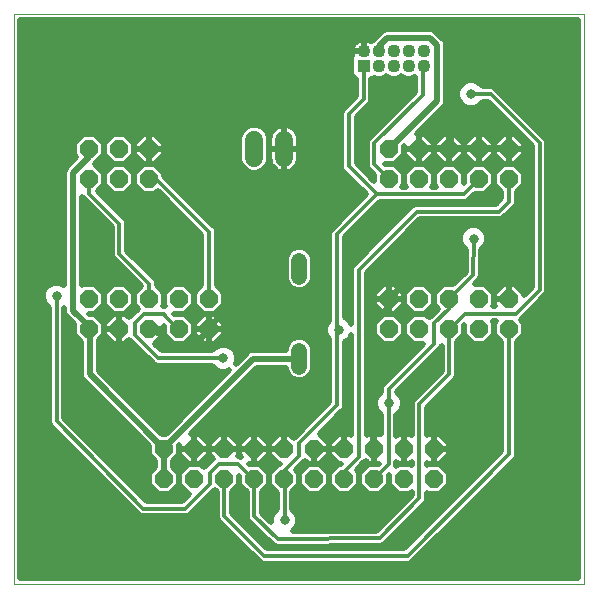
<source format=gbl>
G75*
%MOIN*%
%OFA0B0*%
%FSLAX25Y25*%
%IPPOS*%
%LPD*%
%AMOC8*
5,1,8,0,0,1.08239X$1,22.5*
%
%ADD10C,0.00000*%
%ADD11R,0.04362X0.04362*%
%ADD12C,0.04362*%
%ADD13OC8,0.06000*%
%ADD14C,0.05200*%
%ADD15C,0.06000*%
%ADD16C,0.01181*%
%ADD17C,0.03169*%
%ADD18C,0.01969*%
D10*
X0011984Y0006984D02*
X0011984Y0196984D01*
X0201984Y0196984D01*
X0201984Y0006984D01*
X0011984Y0006984D01*
D11*
X0128480Y0179484D03*
D12*
X0133480Y0179484D03*
X0138480Y0179484D03*
X0138480Y0184484D03*
X0133480Y0184484D03*
X0128480Y0184484D03*
X0143480Y0184484D03*
X0148480Y0184484D03*
X0148480Y0179484D03*
X0143480Y0179484D03*
D13*
X0146984Y0151984D03*
X0136984Y0151984D03*
X0136984Y0141984D03*
X0146984Y0141984D03*
X0156984Y0141984D03*
X0156984Y0151984D03*
X0166984Y0151984D03*
X0176984Y0151984D03*
X0176984Y0141984D03*
X0166984Y0141984D03*
X0166984Y0101984D03*
X0166984Y0091984D03*
X0176984Y0091984D03*
X0176984Y0101984D03*
X0156984Y0101984D03*
X0156984Y0091984D03*
X0146984Y0091984D03*
X0136984Y0091984D03*
X0136984Y0101984D03*
X0146984Y0101984D03*
X0141984Y0051984D03*
X0141984Y0041984D03*
X0131984Y0041984D03*
X0121984Y0041984D03*
X0121984Y0051984D03*
X0131984Y0051984D03*
X0111984Y0051984D03*
X0111984Y0041984D03*
X0101984Y0041984D03*
X0101984Y0051984D03*
X0091984Y0051984D03*
X0091984Y0041984D03*
X0081984Y0041984D03*
X0081984Y0051984D03*
X0071984Y0051984D03*
X0071984Y0041984D03*
X0061984Y0041984D03*
X0061984Y0051984D03*
X0056984Y0091984D03*
X0056984Y0101984D03*
X0046984Y0101984D03*
X0046984Y0091984D03*
X0036984Y0091984D03*
X0036984Y0101984D03*
X0066984Y0101984D03*
X0066984Y0091984D03*
X0076984Y0091984D03*
X0076984Y0101984D03*
X0056984Y0141984D03*
X0046984Y0141984D03*
X0036984Y0141984D03*
X0036984Y0151984D03*
X0046984Y0151984D03*
X0056984Y0151984D03*
X0151984Y0051984D03*
X0151984Y0041984D03*
D14*
X0106984Y0079384D02*
X0106984Y0084584D01*
X0106984Y0109384D02*
X0106984Y0114584D01*
D15*
X0101984Y0148984D02*
X0101984Y0154984D01*
X0091984Y0154984D02*
X0091984Y0148984D01*
D16*
X0076945Y0124346D02*
X0059307Y0141984D01*
X0056984Y0141984D01*
X0046984Y0126984D02*
X0036984Y0136984D01*
X0036984Y0141984D01*
X0046984Y0126984D02*
X0046984Y0116984D01*
X0056984Y0106984D01*
X0056984Y0101984D01*
X0055148Y0096998D02*
X0052142Y0093992D01*
X0052142Y0090055D01*
X0060016Y0082181D01*
X0081669Y0082181D01*
X0066984Y0091984D02*
X0065459Y0093024D01*
X0062628Y0095854D01*
X0061878Y0096998D01*
X0055148Y0096998D01*
X0076984Y0101984D02*
X0076945Y0102260D01*
X0076945Y0124346D01*
X0119583Y0123563D02*
X0119583Y0091984D01*
X0119583Y0066407D01*
X0107010Y0053835D01*
X0107010Y0049685D01*
X0102142Y0044817D01*
X0102142Y0042024D01*
X0101984Y0041984D01*
X0102142Y0041630D01*
X0102124Y0028112D01*
X0099793Y0021925D02*
X0091984Y0029484D01*
X0091984Y0041984D01*
X0091512Y0042024D01*
X0086537Y0046998D01*
X0080094Y0046998D01*
X0077089Y0043992D01*
X0077089Y0040093D01*
X0069045Y0032049D01*
X0055016Y0032049D01*
X0026126Y0061189D01*
X0026126Y0102854D01*
X0081984Y0041984D02*
X0082063Y0041630D01*
X0082063Y0029543D01*
X0095331Y0016276D01*
X0143087Y0016276D01*
X0176945Y0050134D01*
X0176945Y0091630D01*
X0176984Y0091984D01*
X0179270Y0096998D02*
X0162234Y0096998D01*
X0157260Y0092024D01*
X0156984Y0091984D01*
X0156984Y0076748D01*
X0147024Y0066787D01*
X0147024Y0035449D01*
X0133750Y0022175D01*
X0099793Y0021925D01*
X0121984Y0041984D02*
X0122220Y0042024D01*
X0122220Y0044567D01*
X0126945Y0049291D01*
X0126945Y0111709D01*
X0146205Y0130969D01*
X0173533Y0130969D01*
X0176945Y0134380D01*
X0176945Y0141630D01*
X0176984Y0141984D01*
X0166984Y0141984D02*
X0166709Y0141630D01*
X0161878Y0136799D01*
X0132819Y0136799D01*
X0119583Y0123563D01*
X0132819Y0136799D02*
X0123520Y0146098D01*
X0123520Y0163520D01*
X0128480Y0168480D01*
X0128480Y0179484D01*
X0128520Y0179425D01*
X0148205Y0179425D02*
X0148205Y0169976D01*
X0132063Y0153835D01*
X0132063Y0146748D01*
X0136787Y0142024D01*
X0136984Y0141984D01*
X0165077Y0121990D02*
X0164990Y0109990D01*
X0156984Y0101984D01*
X0156866Y0101866D01*
X0156866Y0098717D01*
X0151998Y0093848D01*
X0151998Y0087055D01*
X0136787Y0071844D01*
X0136787Y0065646D01*
X0136894Y0067146D01*
X0136787Y0065646D02*
X0136787Y0046748D01*
X0132063Y0042024D01*
X0131984Y0041984D01*
X0120258Y0091632D02*
X0119230Y0091632D01*
X0119267Y0091634D01*
X0119303Y0091640D01*
X0119339Y0091649D01*
X0119373Y0091662D01*
X0119406Y0091679D01*
X0119437Y0091699D01*
X0119466Y0091722D01*
X0119492Y0091748D01*
X0119515Y0091777D01*
X0119535Y0091808D01*
X0119552Y0091841D01*
X0119565Y0091875D01*
X0119574Y0091911D01*
X0119580Y0091947D01*
X0119582Y0091984D01*
X0156866Y0091630D02*
X0156984Y0091984D01*
X0179270Y0096998D02*
X0187169Y0104898D01*
X0187169Y0153835D01*
X0170801Y0170203D01*
X0164264Y0170203D01*
X0148480Y0179484D02*
X0148205Y0179425D01*
D17*
X0157654Y0176669D03*
X0164264Y0170203D03*
X0132654Y0171669D03*
X0136904Y0131919D03*
X0146904Y0121919D03*
X0165077Y0121990D03*
X0120258Y0091632D03*
X0115404Y0072169D03*
X0136894Y0067146D03*
X0167654Y0071669D03*
X0181904Y0076919D03*
X0102124Y0028112D03*
X0061904Y0071919D03*
X0071904Y0076919D03*
X0081669Y0082181D03*
X0096904Y0101919D03*
X0061904Y0131919D03*
X0051904Y0119669D03*
X0036904Y0126919D03*
X0026126Y0102854D03*
X0048654Y0081919D03*
X0034654Y0069669D03*
D18*
X0037897Y0071896D02*
X0028685Y0071896D01*
X0028685Y0073863D02*
X0035930Y0073863D01*
X0034678Y0075115D02*
X0057016Y0052777D01*
X0057016Y0049926D01*
X0059031Y0047910D01*
X0059031Y0046058D01*
X0057016Y0044042D01*
X0057016Y0039926D01*
X0059926Y0037016D01*
X0064042Y0037016D01*
X0066953Y0039926D01*
X0066953Y0044042D01*
X0064937Y0046058D01*
X0064937Y0047910D01*
X0066953Y0049926D01*
X0066953Y0053053D01*
X0067000Y0053100D01*
X0067000Y0052000D01*
X0071968Y0052000D01*
X0071968Y0051968D01*
X0072000Y0051968D01*
X0072000Y0047000D01*
X0074049Y0047000D01*
X0076968Y0049920D01*
X0076968Y0051968D01*
X0072000Y0051968D01*
X0072000Y0052000D01*
X0076968Y0052000D01*
X0076968Y0054049D01*
X0074049Y0056968D01*
X0072000Y0056968D01*
X0072000Y0052000D01*
X0071968Y0052000D01*
X0071968Y0056968D01*
X0070869Y0056968D01*
X0092932Y0079031D01*
X0102416Y0079031D01*
X0102416Y0078476D01*
X0103111Y0076796D01*
X0104396Y0075511D01*
X0106076Y0074816D01*
X0107893Y0074816D01*
X0109572Y0075511D01*
X0110857Y0076796D01*
X0111553Y0078476D01*
X0111553Y0085493D01*
X0110857Y0087172D01*
X0109572Y0088457D01*
X0107893Y0089153D01*
X0106076Y0089153D01*
X0104396Y0088457D01*
X0103111Y0087172D01*
X0102416Y0085493D01*
X0102416Y0084937D01*
X0091121Y0084937D01*
X0090036Y0084487D01*
X0089205Y0083657D01*
X0089205Y0083657D01*
X0085767Y0080219D01*
X0086206Y0081279D01*
X0086206Y0083084D01*
X0085516Y0084751D01*
X0084239Y0086027D01*
X0082572Y0086718D01*
X0080767Y0086718D01*
X0079099Y0086027D01*
X0077823Y0084751D01*
X0077818Y0084740D01*
X0061076Y0084740D01*
X0058816Y0087000D01*
X0059049Y0087000D01*
X0061968Y0089920D01*
X0061968Y0091968D01*
X0057000Y0091968D01*
X0057000Y0092000D01*
X0061968Y0092000D01*
X0061968Y0092895D01*
X0062016Y0092847D01*
X0062016Y0089926D01*
X0064926Y0087016D01*
X0069042Y0087016D01*
X0071953Y0089926D01*
X0071953Y0094042D01*
X0069042Y0096953D01*
X0065149Y0096953D01*
X0065086Y0097016D01*
X0069042Y0097016D01*
X0071953Y0099926D01*
X0071953Y0104042D01*
X0069042Y0106953D01*
X0064926Y0106953D01*
X0062016Y0104042D01*
X0062016Y0099926D01*
X0062385Y0099557D01*
X0062141Y0099557D01*
X0061900Y0099607D01*
X0061637Y0099557D01*
X0061584Y0099557D01*
X0061953Y0099926D01*
X0061953Y0104042D01*
X0059543Y0106452D01*
X0059543Y0107493D01*
X0059154Y0108434D01*
X0058434Y0109154D01*
X0049543Y0118044D01*
X0049543Y0127493D01*
X0049154Y0128434D01*
X0039807Y0137781D01*
X0041953Y0139926D01*
X0041953Y0144042D01*
X0039042Y0146953D01*
X0038806Y0146953D01*
X0038869Y0147016D01*
X0039042Y0147016D01*
X0041953Y0149926D01*
X0041953Y0154042D01*
X0039042Y0156953D01*
X0034926Y0156953D01*
X0032016Y0154042D01*
X0032016Y0149926D01*
X0032722Y0149220D01*
X0029997Y0146495D01*
X0029166Y0145665D01*
X0028717Y0144579D01*
X0028717Y0106680D01*
X0028696Y0106701D01*
X0027028Y0107391D01*
X0025224Y0107391D01*
X0023556Y0106701D01*
X0022280Y0105424D01*
X0021589Y0103757D01*
X0021589Y0101952D01*
X0022280Y0100284D01*
X0023556Y0099008D01*
X0023567Y0099003D01*
X0023567Y0061195D01*
X0023565Y0060691D01*
X0023567Y0060686D01*
X0023567Y0060680D01*
X0023760Y0060215D01*
X0023950Y0059749D01*
X0023954Y0059745D01*
X0023957Y0059739D01*
X0024312Y0059384D01*
X0052844Y0030605D01*
X0052846Y0030600D01*
X0053201Y0030244D01*
X0053557Y0029886D01*
X0053562Y0029884D01*
X0053566Y0029880D01*
X0054031Y0029687D01*
X0054496Y0029492D01*
X0054501Y0029492D01*
X0054507Y0029490D01*
X0055010Y0029490D01*
X0055514Y0029488D01*
X0055519Y0029490D01*
X0069554Y0029490D01*
X0070495Y0029880D01*
X0078538Y0037923D01*
X0078779Y0038163D01*
X0079504Y0037438D01*
X0079504Y0029034D01*
X0079894Y0028094D01*
X0080613Y0027374D01*
X0093881Y0014106D01*
X0094822Y0013717D01*
X0143596Y0013717D01*
X0144536Y0014106D01*
X0145256Y0014826D01*
X0179114Y0048684D01*
X0179504Y0049625D01*
X0179504Y0087477D01*
X0181953Y0089926D01*
X0181953Y0094042D01*
X0180943Y0095052D01*
X0181439Y0095548D01*
X0189339Y0103448D01*
X0189728Y0104389D01*
X0189728Y0154344D01*
X0189339Y0155284D01*
X0188619Y0156004D01*
X0188619Y0156004D01*
X0172971Y0171652D01*
X0172251Y0172372D01*
X0171310Y0172762D01*
X0168115Y0172762D01*
X0168110Y0172773D01*
X0166834Y0174049D01*
X0165166Y0174740D01*
X0163361Y0174740D01*
X0161694Y0174049D01*
X0160417Y0172773D01*
X0159727Y0171105D01*
X0159727Y0169300D01*
X0160417Y0167633D01*
X0161694Y0166356D01*
X0163361Y0165666D01*
X0165166Y0165666D01*
X0166834Y0166356D01*
X0168110Y0167633D01*
X0168115Y0167644D01*
X0169741Y0167644D01*
X0184610Y0152775D01*
X0184610Y0105958D01*
X0181968Y0103316D01*
X0181968Y0104049D01*
X0179049Y0106968D01*
X0177000Y0106968D01*
X0177000Y0102000D01*
X0176968Y0102000D01*
X0176968Y0101968D01*
X0172000Y0101968D01*
X0172000Y0099920D01*
X0172363Y0099557D01*
X0171584Y0099557D01*
X0171953Y0099926D01*
X0171953Y0104042D01*
X0169042Y0106953D01*
X0165572Y0106953D01*
X0166793Y0108174D01*
X0167149Y0108525D01*
X0167153Y0108534D01*
X0167160Y0108541D01*
X0167351Y0109002D01*
X0167545Y0109463D01*
X0167546Y0109472D01*
X0167549Y0109481D01*
X0167549Y0109981D01*
X0167608Y0118128D01*
X0167647Y0118144D01*
X0168923Y0119420D01*
X0169614Y0121088D01*
X0169614Y0122893D01*
X0168923Y0124560D01*
X0167647Y0125836D01*
X0165979Y0126527D01*
X0164174Y0126527D01*
X0162507Y0125836D01*
X0161230Y0124560D01*
X0160540Y0122893D01*
X0160540Y0121088D01*
X0161230Y0119420D01*
X0162490Y0118161D01*
X0162439Y0111058D01*
X0158334Y0106953D01*
X0154926Y0106953D01*
X0152016Y0104042D01*
X0152016Y0099926D01*
X0153236Y0098706D01*
X0150548Y0096018D01*
X0150263Y0095732D01*
X0149042Y0096953D01*
X0144926Y0096953D01*
X0142016Y0094042D01*
X0142016Y0089926D01*
X0144926Y0087016D01*
X0148340Y0087016D01*
X0135338Y0074014D01*
X0135338Y0074014D01*
X0134618Y0073294D01*
X0134228Y0072354D01*
X0134228Y0070897D01*
X0133047Y0069716D01*
X0132357Y0068048D01*
X0132357Y0066243D01*
X0133047Y0064576D01*
X0134228Y0063395D01*
X0134228Y0056789D01*
X0134049Y0056968D01*
X0132000Y0056968D01*
X0132000Y0052000D01*
X0131968Y0052000D01*
X0131968Y0056968D01*
X0129920Y0056968D01*
X0129504Y0056553D01*
X0129504Y0110649D01*
X0147265Y0128409D01*
X0174042Y0128409D01*
X0174983Y0128799D01*
X0179114Y0132930D01*
X0179504Y0133871D01*
X0179504Y0137477D01*
X0181953Y0139926D01*
X0181953Y0144042D01*
X0179042Y0146953D01*
X0174926Y0146953D01*
X0172016Y0144042D01*
X0172016Y0139926D01*
X0174386Y0137556D01*
X0174386Y0135440D01*
X0172473Y0133528D01*
X0145696Y0133528D01*
X0144755Y0133138D01*
X0144035Y0132418D01*
X0124775Y0113158D01*
X0124386Y0112218D01*
X0124386Y0093522D01*
X0124104Y0094202D01*
X0122828Y0095478D01*
X0122142Y0095762D01*
X0122142Y0122503D01*
X0133879Y0134240D01*
X0162387Y0134240D01*
X0163328Y0134630D01*
X0165714Y0137016D01*
X0169042Y0137016D01*
X0171953Y0139926D01*
X0171953Y0144042D01*
X0169042Y0146953D01*
X0164926Y0146953D01*
X0162016Y0144042D01*
X0162016Y0140556D01*
X0161953Y0140493D01*
X0161953Y0144042D01*
X0159042Y0146953D01*
X0154926Y0146953D01*
X0152016Y0144042D01*
X0152016Y0139926D01*
X0152584Y0139358D01*
X0151385Y0139358D01*
X0151953Y0139926D01*
X0151953Y0144042D01*
X0149042Y0146953D01*
X0144926Y0146953D01*
X0142016Y0144042D01*
X0142016Y0139926D01*
X0142584Y0139358D01*
X0141385Y0139358D01*
X0141953Y0139926D01*
X0141953Y0144042D01*
X0139042Y0146953D01*
X0135477Y0146953D01*
X0135414Y0147016D01*
X0139042Y0147016D01*
X0141953Y0149926D01*
X0141953Y0152856D01*
X0142000Y0152903D01*
X0142000Y0152000D01*
X0146968Y0152000D01*
X0146968Y0151968D01*
X0147000Y0151968D01*
X0147000Y0147000D01*
X0149049Y0147000D01*
X0151968Y0149920D01*
X0151968Y0151968D01*
X0147000Y0151968D01*
X0147000Y0152000D01*
X0146968Y0152000D01*
X0146968Y0156968D01*
X0146066Y0156968D01*
X0155432Y0166335D01*
X0155882Y0167421D01*
X0155882Y0187099D01*
X0155432Y0188184D01*
X0154602Y0189015D01*
X0152240Y0191377D01*
X0151154Y0191827D01*
X0135806Y0191827D01*
X0134721Y0191377D01*
X0133890Y0190547D01*
X0131499Y0188155D01*
X0131130Y0188002D01*
X0130959Y0187832D01*
X0130663Y0188047D01*
X0130079Y0188344D01*
X0129456Y0188547D01*
X0128808Y0188650D01*
X0128480Y0188650D01*
X0128152Y0188650D01*
X0127505Y0188547D01*
X0126881Y0188344D01*
X0126297Y0188047D01*
X0125767Y0187661D01*
X0125303Y0187198D01*
X0124918Y0186667D01*
X0124620Y0186083D01*
X0124418Y0185460D01*
X0124315Y0184812D01*
X0124315Y0184484D01*
X0124315Y0184156D01*
X0124418Y0183509D01*
X0124620Y0182885D01*
X0124659Y0182809D01*
X0124331Y0182481D01*
X0124331Y0176488D01*
X0125484Y0175335D01*
X0125921Y0175335D01*
X0125921Y0169540D01*
X0121350Y0164969D01*
X0120961Y0164029D01*
X0120961Y0145589D01*
X0121350Y0144649D01*
X0129200Y0136799D01*
X0117413Y0125013D01*
X0117024Y0124072D01*
X0117024Y0094814D01*
X0116412Y0094202D01*
X0115721Y0092534D01*
X0115721Y0090729D01*
X0116412Y0089062D01*
X0117024Y0088450D01*
X0117024Y0067467D01*
X0105287Y0055731D01*
X0104049Y0056968D01*
X0102000Y0056968D01*
X0102000Y0052000D01*
X0101968Y0052000D01*
X0101968Y0051968D01*
X0097000Y0051968D01*
X0097000Y0049920D01*
X0099920Y0047000D01*
X0100706Y0047000D01*
X0100659Y0046953D01*
X0099926Y0046953D01*
X0097016Y0044042D01*
X0097016Y0039926D01*
X0099577Y0037365D01*
X0099570Y0031965D01*
X0099554Y0031958D01*
X0098278Y0030682D01*
X0097587Y0029015D01*
X0097587Y0027622D01*
X0094543Y0030569D01*
X0094543Y0037517D01*
X0096953Y0039926D01*
X0096953Y0044042D01*
X0094042Y0046953D01*
X0090202Y0046953D01*
X0090154Y0047000D01*
X0091968Y0047000D01*
X0091968Y0051968D01*
X0087000Y0051968D01*
X0087000Y0049920D01*
X0087586Y0049333D01*
X0087046Y0049557D01*
X0086606Y0049557D01*
X0086968Y0049920D01*
X0086968Y0051968D01*
X0082000Y0051968D01*
X0082000Y0052000D01*
X0081968Y0052000D01*
X0081968Y0051968D01*
X0077000Y0051968D01*
X0077000Y0049920D01*
X0078199Y0048721D01*
X0077925Y0048448D01*
X0075236Y0045759D01*
X0074042Y0046953D01*
X0069926Y0046953D01*
X0067016Y0044042D01*
X0067016Y0039926D01*
X0069926Y0037016D01*
X0070393Y0037016D01*
X0067985Y0034608D01*
X0056082Y0034608D01*
X0028685Y0062243D01*
X0028685Y0099003D01*
X0028696Y0099008D01*
X0028717Y0099029D01*
X0028717Y0097342D01*
X0029166Y0096257D01*
X0032016Y0093407D01*
X0032016Y0089926D01*
X0034228Y0087714D01*
X0034228Y0076200D01*
X0034678Y0075115D01*
X0034382Y0075830D02*
X0028685Y0075830D01*
X0028685Y0077797D02*
X0034228Y0077797D01*
X0034228Y0079764D02*
X0028685Y0079764D01*
X0028685Y0081731D02*
X0034228Y0081731D01*
X0034228Y0083698D02*
X0028685Y0083698D01*
X0028685Y0085665D02*
X0034228Y0085665D01*
X0034228Y0087632D02*
X0028685Y0087632D01*
X0028685Y0089599D02*
X0032343Y0089599D01*
X0032016Y0091566D02*
X0028685Y0091566D01*
X0028685Y0093533D02*
X0031890Y0093533D01*
X0029923Y0095500D02*
X0028685Y0095500D01*
X0028685Y0097467D02*
X0028717Y0097467D01*
X0031669Y0097929D02*
X0036787Y0092811D01*
X0036984Y0091984D01*
X0037181Y0091630D01*
X0037181Y0076787D01*
X0061984Y0051984D01*
X0061984Y0041984D01*
X0058485Y0038456D02*
X0052267Y0038456D01*
X0054217Y0036489D02*
X0069867Y0036489D01*
X0068485Y0038456D02*
X0065483Y0038456D01*
X0066953Y0040424D02*
X0067016Y0040424D01*
X0067016Y0042391D02*
X0066953Y0042391D01*
X0066637Y0044358D02*
X0067331Y0044358D01*
X0069298Y0046325D02*
X0064937Y0046325D01*
X0065318Y0048292D02*
X0068628Y0048292D01*
X0069920Y0047000D02*
X0071968Y0047000D01*
X0071968Y0051968D01*
X0067000Y0051968D01*
X0067000Y0049920D01*
X0069920Y0047000D01*
X0071968Y0048292D02*
X0072000Y0048292D01*
X0071968Y0050259D02*
X0072000Y0050259D01*
X0071968Y0052226D02*
X0072000Y0052226D01*
X0071968Y0054193D02*
X0072000Y0054193D01*
X0071968Y0056160D02*
X0072000Y0056160D01*
X0072027Y0058127D02*
X0107683Y0058127D01*
X0109650Y0060094D02*
X0073994Y0060094D01*
X0075961Y0062061D02*
X0111617Y0062061D01*
X0113584Y0064028D02*
X0077928Y0064028D01*
X0079895Y0065995D02*
X0115551Y0065995D01*
X0117024Y0067962D02*
X0081862Y0067962D01*
X0083829Y0069929D02*
X0117024Y0069929D01*
X0117024Y0071896D02*
X0085796Y0071896D01*
X0087763Y0073863D02*
X0117024Y0073863D01*
X0117024Y0075830D02*
X0109891Y0075830D01*
X0111272Y0077797D02*
X0117024Y0077797D01*
X0117024Y0079764D02*
X0111553Y0079764D01*
X0111553Y0081731D02*
X0117024Y0081731D01*
X0117024Y0083698D02*
X0111553Y0083698D01*
X0111482Y0085665D02*
X0117024Y0085665D01*
X0117024Y0087632D02*
X0110397Y0087632D01*
X0106984Y0081984D02*
X0106866Y0081787D01*
X0106984Y0081984D02*
X0091709Y0081984D01*
X0061984Y0052260D01*
X0061984Y0051984D01*
X0058650Y0048292D02*
X0042516Y0048292D01*
X0040566Y0050259D02*
X0057016Y0050259D01*
X0057016Y0052226D02*
X0038616Y0052226D01*
X0036666Y0054193D02*
X0055600Y0054193D01*
X0053633Y0056160D02*
X0034716Y0056160D01*
X0032766Y0058127D02*
X0051666Y0058127D01*
X0049699Y0060094D02*
X0030815Y0060094D01*
X0028865Y0062061D02*
X0047732Y0062061D01*
X0045765Y0064028D02*
X0028685Y0064028D01*
X0028685Y0065995D02*
X0043798Y0065995D01*
X0041831Y0067962D02*
X0028685Y0067962D01*
X0028685Y0069929D02*
X0039864Y0069929D01*
X0044282Y0073863D02*
X0079411Y0073863D01*
X0077444Y0071896D02*
X0046249Y0071896D01*
X0048216Y0069929D02*
X0075477Y0069929D01*
X0073510Y0067962D02*
X0050183Y0067962D01*
X0052150Y0065995D02*
X0071543Y0065995D01*
X0069576Y0064028D02*
X0054117Y0064028D01*
X0056084Y0062061D02*
X0067609Y0062061D01*
X0065642Y0060094D02*
X0058051Y0060094D01*
X0060018Y0058127D02*
X0063675Y0058127D01*
X0062501Y0056953D02*
X0061192Y0056953D01*
X0040134Y0078010D01*
X0040134Y0088107D01*
X0041953Y0089926D01*
X0041953Y0094042D01*
X0039042Y0096953D01*
X0036821Y0096953D01*
X0036758Y0097016D01*
X0039042Y0097016D01*
X0041953Y0099926D01*
X0041953Y0104042D01*
X0039042Y0106953D01*
X0034926Y0106953D01*
X0034622Y0106649D01*
X0034622Y0136000D01*
X0034815Y0135535D01*
X0035535Y0134815D01*
X0044425Y0125924D01*
X0044425Y0116475D01*
X0044815Y0115535D01*
X0045535Y0114815D01*
X0054161Y0106188D01*
X0052016Y0104042D01*
X0052016Y0099926D01*
X0053236Y0098706D01*
X0050692Y0096162D01*
X0050274Y0095743D01*
X0049049Y0096968D01*
X0047000Y0096968D01*
X0047000Y0092000D01*
X0046968Y0092000D01*
X0046968Y0091968D01*
X0047000Y0091968D01*
X0047000Y0087000D01*
X0049049Y0087000D01*
X0050313Y0088265D01*
X0057846Y0080732D01*
X0058566Y0080012D01*
X0059507Y0079622D01*
X0077818Y0079622D01*
X0077823Y0079611D01*
X0079099Y0078335D01*
X0080767Y0077644D01*
X0082572Y0077644D01*
X0083632Y0078083D01*
X0062501Y0056953D01*
X0066953Y0052226D02*
X0067000Y0052226D01*
X0066953Y0050259D02*
X0067000Y0050259D01*
X0074670Y0046325D02*
X0075802Y0046325D01*
X0075340Y0048292D02*
X0077769Y0048292D01*
X0077000Y0050259D02*
X0076968Y0050259D01*
X0077000Y0052000D02*
X0081968Y0052000D01*
X0081968Y0056968D01*
X0079920Y0056968D01*
X0077000Y0054049D01*
X0077000Y0052000D01*
X0077000Y0052226D02*
X0076968Y0052226D01*
X0076825Y0054193D02*
X0077144Y0054193D01*
X0079111Y0056160D02*
X0074858Y0056160D01*
X0081968Y0056160D02*
X0082000Y0056160D01*
X0082000Y0056968D02*
X0082000Y0052000D01*
X0086968Y0052000D01*
X0086968Y0054049D01*
X0084049Y0056968D01*
X0082000Y0056968D01*
X0084858Y0056160D02*
X0089111Y0056160D01*
X0089920Y0056968D02*
X0087000Y0054049D01*
X0087000Y0052000D01*
X0091968Y0052000D01*
X0091968Y0051968D01*
X0092000Y0051968D01*
X0092000Y0047000D01*
X0094049Y0047000D01*
X0096968Y0049920D01*
X0096968Y0051968D01*
X0092000Y0051968D01*
X0092000Y0052000D01*
X0091968Y0052000D01*
X0091968Y0056968D01*
X0089920Y0056968D01*
X0092000Y0056968D02*
X0092000Y0052000D01*
X0096968Y0052000D01*
X0096968Y0054049D01*
X0094049Y0056968D01*
X0092000Y0056968D01*
X0091968Y0056160D02*
X0092000Y0056160D01*
X0091968Y0054193D02*
X0092000Y0054193D01*
X0091968Y0052226D02*
X0092000Y0052226D01*
X0091968Y0050259D02*
X0092000Y0050259D01*
X0091968Y0048292D02*
X0092000Y0048292D01*
X0094670Y0046325D02*
X0099298Y0046325D01*
X0098628Y0048292D02*
X0095340Y0048292D01*
X0096968Y0050259D02*
X0097000Y0050259D01*
X0097000Y0052000D02*
X0101968Y0052000D01*
X0101968Y0056968D01*
X0099920Y0056968D01*
X0097000Y0054049D01*
X0097000Y0052000D01*
X0097000Y0052226D02*
X0096968Y0052226D01*
X0096825Y0054193D02*
X0097144Y0054193D01*
X0099111Y0056160D02*
X0094858Y0056160D01*
X0101968Y0056160D02*
X0102000Y0056160D01*
X0101984Y0056984D02*
X0101984Y0051984D01*
X0101968Y0052226D02*
X0102000Y0052226D01*
X0101968Y0054193D02*
X0102000Y0054193D01*
X0101984Y0056984D02*
X0111984Y0066984D01*
X0111984Y0121984D01*
X0109572Y0118457D02*
X0107893Y0119153D01*
X0106076Y0119153D01*
X0104396Y0118457D01*
X0103111Y0117172D01*
X0102416Y0115493D01*
X0102416Y0108476D01*
X0103111Y0106796D01*
X0104396Y0105511D01*
X0106076Y0104816D01*
X0107893Y0104816D01*
X0109572Y0105511D01*
X0110857Y0106796D01*
X0111553Y0108476D01*
X0111553Y0115493D01*
X0110857Y0117172D01*
X0109572Y0118457D01*
X0108010Y0119104D02*
X0117024Y0119104D01*
X0117024Y0117137D02*
X0110872Y0117137D01*
X0111553Y0115170D02*
X0117024Y0115170D01*
X0117024Y0113203D02*
X0111553Y0113203D01*
X0111553Y0111236D02*
X0117024Y0111236D01*
X0117024Y0109269D02*
X0111553Y0109269D01*
X0111067Y0107302D02*
X0117024Y0107302D01*
X0117024Y0105335D02*
X0109147Y0105335D01*
X0104822Y0105335D02*
X0080660Y0105335D01*
X0079504Y0106491D02*
X0079504Y0124855D01*
X0079114Y0125796D01*
X0078394Y0126516D01*
X0061953Y0142958D01*
X0061953Y0144042D01*
X0059042Y0146953D01*
X0054926Y0146953D01*
X0052016Y0144042D01*
X0052016Y0139926D01*
X0054926Y0137016D01*
X0059042Y0137016D01*
X0059849Y0137823D01*
X0074386Y0123286D01*
X0074386Y0106412D01*
X0072016Y0104042D01*
X0072016Y0099926D01*
X0074926Y0097016D01*
X0079042Y0097016D01*
X0081953Y0099926D01*
X0081953Y0104042D01*
X0079504Y0106491D01*
X0079504Y0107302D02*
X0102902Y0107302D01*
X0102416Y0109269D02*
X0079504Y0109269D01*
X0079504Y0111236D02*
X0102416Y0111236D01*
X0102416Y0113203D02*
X0079504Y0113203D01*
X0079504Y0115170D02*
X0102416Y0115170D01*
X0103097Y0117137D02*
X0079504Y0117137D01*
X0079504Y0119104D02*
X0105958Y0119104D01*
X0111984Y0121984D02*
X0111980Y0122289D01*
X0111969Y0122594D01*
X0111951Y0122898D01*
X0111924Y0123202D01*
X0111891Y0123505D01*
X0111850Y0123808D01*
X0111802Y0124109D01*
X0111747Y0124409D01*
X0111684Y0124707D01*
X0111614Y0125004D01*
X0111536Y0125299D01*
X0111452Y0125592D01*
X0111360Y0125883D01*
X0111262Y0126172D01*
X0111156Y0126458D01*
X0111043Y0126741D01*
X0110924Y0127022D01*
X0110797Y0127300D01*
X0110664Y0127574D01*
X0110525Y0127845D01*
X0110378Y0128113D01*
X0110226Y0128377D01*
X0110066Y0128637D01*
X0109901Y0128893D01*
X0109729Y0129145D01*
X0109551Y0129393D01*
X0109368Y0129637D01*
X0109178Y0129876D01*
X0108982Y0130110D01*
X0108781Y0130339D01*
X0108575Y0130564D01*
X0108363Y0130783D01*
X0108145Y0130997D01*
X0107923Y0131205D01*
X0107695Y0131409D01*
X0107463Y0131606D01*
X0107226Y0131798D01*
X0106984Y0131984D01*
X0101984Y0141984D02*
X0101984Y0151984D01*
X0101968Y0151968D02*
X0102000Y0151968D01*
X0102000Y0144000D01*
X0102377Y0144000D01*
X0103151Y0144123D01*
X0103898Y0144365D01*
X0104597Y0144721D01*
X0105231Y0145182D01*
X0105786Y0145737D01*
X0106247Y0146372D01*
X0106603Y0147071D01*
X0106846Y0147817D01*
X0106968Y0148592D01*
X0106968Y0151968D01*
X0102000Y0151968D01*
X0102000Y0152000D01*
X0106968Y0152000D01*
X0106968Y0155377D01*
X0106846Y0156151D01*
X0106603Y0156898D01*
X0106247Y0157597D01*
X0105786Y0158231D01*
X0105231Y0158786D01*
X0104597Y0159247D01*
X0103898Y0159603D01*
X0103151Y0159846D01*
X0102377Y0159968D01*
X0102000Y0159968D01*
X0102000Y0152000D01*
X0101968Y0152000D01*
X0101968Y0151968D01*
X0101968Y0144000D01*
X0101592Y0144000D01*
X0100817Y0144123D01*
X0100071Y0144365D01*
X0099372Y0144721D01*
X0098737Y0145182D01*
X0098182Y0145737D01*
X0097721Y0146372D01*
X0097365Y0147071D01*
X0097123Y0147817D01*
X0097000Y0148592D01*
X0097000Y0151968D01*
X0101968Y0151968D01*
X0101968Y0152000D02*
X0097000Y0152000D01*
X0097000Y0155377D01*
X0097123Y0156151D01*
X0097365Y0156898D01*
X0097721Y0157597D01*
X0098182Y0158231D01*
X0098737Y0158786D01*
X0099372Y0159247D01*
X0100071Y0159603D01*
X0100817Y0159846D01*
X0101592Y0159968D01*
X0101968Y0159968D01*
X0101968Y0152000D01*
X0101968Y0152543D02*
X0102000Y0152543D01*
X0101968Y0150576D02*
X0102000Y0150576D01*
X0101968Y0148609D02*
X0102000Y0148609D01*
X0101968Y0146642D02*
X0102000Y0146642D01*
X0101968Y0144675D02*
X0102000Y0144675D01*
X0104506Y0144675D02*
X0121339Y0144675D01*
X0120961Y0146642D02*
X0106385Y0146642D01*
X0106968Y0148609D02*
X0120961Y0148609D01*
X0120961Y0150576D02*
X0106968Y0150576D01*
X0106968Y0152543D02*
X0120961Y0152543D01*
X0120961Y0154510D02*
X0106968Y0154510D01*
X0106740Y0156477D02*
X0120961Y0156477D01*
X0120961Y0158444D02*
X0105573Y0158444D01*
X0102000Y0158444D02*
X0101968Y0158444D01*
X0101968Y0156477D02*
X0102000Y0156477D01*
X0101968Y0154510D02*
X0102000Y0154510D01*
X0097000Y0154510D02*
X0096953Y0154510D01*
X0096953Y0155973D02*
X0096196Y0157799D01*
X0094799Y0159196D01*
X0092973Y0159953D01*
X0090996Y0159953D01*
X0089170Y0159196D01*
X0087772Y0157799D01*
X0087016Y0155973D01*
X0087016Y0147996D01*
X0087772Y0146170D01*
X0089170Y0144772D01*
X0090996Y0144016D01*
X0092973Y0144016D01*
X0094799Y0144772D01*
X0096196Y0146170D01*
X0096953Y0147996D01*
X0096953Y0155973D01*
X0096744Y0156477D02*
X0097229Y0156477D01*
X0098396Y0158444D02*
X0095551Y0158444D01*
X0096953Y0152543D02*
X0097000Y0152543D01*
X0096953Y0150576D02*
X0097000Y0150576D01*
X0096953Y0148609D02*
X0097000Y0148609D01*
X0097584Y0146642D02*
X0096392Y0146642D01*
X0094565Y0144675D02*
X0099462Y0144675D01*
X0089404Y0144675D02*
X0061320Y0144675D01*
X0062202Y0142708D02*
X0123291Y0142708D01*
X0125258Y0140741D02*
X0064169Y0140741D01*
X0066136Y0138774D02*
X0127225Y0138774D01*
X0129192Y0136807D02*
X0068103Y0136807D01*
X0070070Y0134840D02*
X0127241Y0134840D01*
X0125274Y0132873D02*
X0072037Y0132873D01*
X0074004Y0130906D02*
X0123307Y0130906D01*
X0121340Y0128939D02*
X0075971Y0128939D01*
X0077938Y0126972D02*
X0119373Y0126972D01*
X0117410Y0125005D02*
X0079442Y0125005D01*
X0078394Y0126516D02*
X0078394Y0126516D01*
X0079504Y0123038D02*
X0117024Y0123038D01*
X0117024Y0121071D02*
X0079504Y0121071D01*
X0074386Y0121071D02*
X0049543Y0121071D01*
X0049543Y0119104D02*
X0074386Y0119104D01*
X0074386Y0117137D02*
X0050450Y0117137D01*
X0052417Y0115170D02*
X0074386Y0115170D01*
X0074386Y0113203D02*
X0054384Y0113203D01*
X0056351Y0111236D02*
X0074386Y0111236D01*
X0074386Y0109269D02*
X0058318Y0109269D01*
X0059543Y0107302D02*
X0074386Y0107302D01*
X0073309Y0105335D02*
X0070660Y0105335D01*
X0071953Y0103368D02*
X0072016Y0103368D01*
X0072016Y0101401D02*
X0071953Y0101401D01*
X0071460Y0099434D02*
X0072508Y0099434D01*
X0074475Y0097467D02*
X0069493Y0097467D01*
X0070495Y0095500D02*
X0073451Y0095500D01*
X0072000Y0094049D02*
X0072000Y0092000D01*
X0076968Y0092000D01*
X0076968Y0091968D01*
X0077000Y0091968D01*
X0077000Y0087000D01*
X0079049Y0087000D01*
X0081968Y0089920D01*
X0081968Y0091968D01*
X0077000Y0091968D01*
X0077000Y0092000D01*
X0081968Y0092000D01*
X0081968Y0094049D01*
X0079049Y0096968D01*
X0077000Y0096968D01*
X0077000Y0092000D01*
X0076968Y0092000D01*
X0076968Y0096968D01*
X0074920Y0096968D01*
X0072000Y0094049D01*
X0072000Y0093533D02*
X0071953Y0093533D01*
X0072000Y0091968D02*
X0072000Y0089920D01*
X0074920Y0087000D01*
X0076968Y0087000D01*
X0076968Y0091968D01*
X0072000Y0091968D01*
X0072000Y0091566D02*
X0071953Y0091566D01*
X0071625Y0089599D02*
X0072321Y0089599D01*
X0074288Y0087632D02*
X0069658Y0087632D01*
X0071470Y0086156D02*
X0076945Y0091630D01*
X0076984Y0091984D01*
X0077339Y0092811D01*
X0083563Y0099035D01*
X0083563Y0134807D01*
X0066510Y0151860D01*
X0057260Y0151866D01*
X0056984Y0151984D01*
X0056968Y0151968D02*
X0057000Y0151968D01*
X0057000Y0147000D01*
X0059049Y0147000D01*
X0061968Y0149920D01*
X0061968Y0151968D01*
X0057000Y0151968D01*
X0057000Y0152000D01*
X0061968Y0152000D01*
X0061968Y0154049D01*
X0059049Y0156968D01*
X0057000Y0156968D01*
X0057000Y0152000D01*
X0056968Y0152000D01*
X0056968Y0151968D01*
X0056968Y0147000D01*
X0054920Y0147000D01*
X0052000Y0149920D01*
X0052000Y0151968D01*
X0056968Y0151968D01*
X0056968Y0152000D02*
X0052000Y0152000D01*
X0052000Y0154049D01*
X0054920Y0156968D01*
X0056968Y0156968D01*
X0056968Y0152000D01*
X0056968Y0152543D02*
X0057000Y0152543D01*
X0056968Y0150576D02*
X0057000Y0150576D01*
X0056968Y0148609D02*
X0057000Y0148609D01*
X0059353Y0146642D02*
X0087576Y0146642D01*
X0087016Y0148609D02*
X0060658Y0148609D01*
X0061968Y0150576D02*
X0087016Y0150576D01*
X0087016Y0152543D02*
X0061968Y0152543D01*
X0061507Y0154510D02*
X0087016Y0154510D01*
X0087225Y0156477D02*
X0059540Y0156477D01*
X0057000Y0156477D02*
X0056968Y0156477D01*
X0056968Y0154510D02*
X0057000Y0154510D01*
X0054429Y0156477D02*
X0049518Y0156477D01*
X0049042Y0156953D02*
X0044926Y0156953D01*
X0042016Y0154042D01*
X0042016Y0149926D01*
X0044926Y0147016D01*
X0049042Y0147016D01*
X0051953Y0149926D01*
X0051953Y0154042D01*
X0049042Y0156953D01*
X0051485Y0154510D02*
X0052462Y0154510D01*
X0052000Y0152543D02*
X0051953Y0152543D01*
X0051953Y0150576D02*
X0052000Y0150576D01*
X0053310Y0148609D02*
X0050636Y0148609D01*
X0049042Y0146953D02*
X0044926Y0146953D01*
X0042016Y0144042D01*
X0042016Y0139926D01*
X0044926Y0137016D01*
X0049042Y0137016D01*
X0051953Y0139926D01*
X0051953Y0144042D01*
X0049042Y0146953D01*
X0049353Y0146642D02*
X0054616Y0146642D01*
X0052649Y0144675D02*
X0051320Y0144675D01*
X0051953Y0142708D02*
X0052016Y0142708D01*
X0052016Y0140741D02*
X0051953Y0140741D01*
X0050801Y0138774D02*
X0053168Y0138774D01*
X0060865Y0136807D02*
X0040780Y0136807D01*
X0040801Y0138774D02*
X0043168Y0138774D01*
X0042016Y0140741D02*
X0041953Y0140741D01*
X0041953Y0142708D02*
X0042016Y0142708D01*
X0042649Y0144675D02*
X0041320Y0144675D01*
X0039353Y0146642D02*
X0044616Y0146642D01*
X0043333Y0148609D02*
X0040636Y0148609D01*
X0041953Y0150576D02*
X0042016Y0150576D01*
X0042016Y0152543D02*
X0041953Y0152543D01*
X0041485Y0154510D02*
X0042484Y0154510D01*
X0044451Y0156477D02*
X0039518Y0156477D01*
X0034451Y0156477D02*
X0013968Y0156477D01*
X0013968Y0154510D02*
X0032484Y0154510D01*
X0032016Y0152543D02*
X0013968Y0152543D01*
X0013968Y0150576D02*
X0032016Y0150576D01*
X0032111Y0148609D02*
X0013968Y0148609D01*
X0013968Y0146642D02*
X0030144Y0146642D01*
X0028756Y0144675D02*
X0013968Y0144675D01*
X0013968Y0142708D02*
X0028717Y0142708D01*
X0028717Y0140741D02*
X0013968Y0140741D01*
X0013968Y0138774D02*
X0028717Y0138774D01*
X0028717Y0136807D02*
X0013968Y0136807D01*
X0013968Y0134840D02*
X0028717Y0134840D01*
X0028717Y0132873D02*
X0013968Y0132873D01*
X0013968Y0130906D02*
X0028717Y0130906D01*
X0028717Y0128939D02*
X0013968Y0128939D01*
X0013968Y0126972D02*
X0028717Y0126972D01*
X0028717Y0125005D02*
X0013968Y0125005D01*
X0013968Y0123038D02*
X0028717Y0123038D01*
X0028717Y0121071D02*
X0013968Y0121071D01*
X0013968Y0119104D02*
X0028717Y0119104D01*
X0028717Y0117137D02*
X0013968Y0117137D01*
X0013968Y0115170D02*
X0028717Y0115170D01*
X0028717Y0113203D02*
X0013968Y0113203D01*
X0013968Y0111236D02*
X0028717Y0111236D01*
X0028717Y0109269D02*
X0013968Y0109269D01*
X0013968Y0107302D02*
X0025008Y0107302D01*
X0027244Y0107302D02*
X0028717Y0107302D01*
X0034622Y0107302D02*
X0053047Y0107302D01*
X0053309Y0105335D02*
X0050660Y0105335D01*
X0051953Y0104042D02*
X0049042Y0106953D01*
X0044926Y0106953D01*
X0042016Y0104042D01*
X0042016Y0099926D01*
X0044926Y0097016D01*
X0049042Y0097016D01*
X0051953Y0099926D01*
X0051953Y0104042D01*
X0051953Y0103368D02*
X0052016Y0103368D01*
X0052016Y0101401D02*
X0051953Y0101401D01*
X0051460Y0099434D02*
X0052508Y0099434D01*
X0051998Y0097467D02*
X0049493Y0097467D01*
X0046968Y0096968D02*
X0046968Y0092000D01*
X0042000Y0092000D01*
X0042000Y0094049D01*
X0044920Y0096968D01*
X0046968Y0096968D01*
X0046968Y0095500D02*
X0047000Y0095500D01*
X0046968Y0093533D02*
X0047000Y0093533D01*
X0046968Y0091968D02*
X0042000Y0091968D01*
X0042000Y0089920D01*
X0044920Y0087000D01*
X0046968Y0087000D01*
X0046968Y0091968D01*
X0046968Y0091566D02*
X0047000Y0091566D01*
X0046968Y0089599D02*
X0047000Y0089599D01*
X0046968Y0087632D02*
X0047000Y0087632D01*
X0044288Y0087632D02*
X0040134Y0087632D01*
X0040134Y0085665D02*
X0052913Y0085665D01*
X0050946Y0087632D02*
X0049681Y0087632D01*
X0054880Y0083698D02*
X0040134Y0083698D01*
X0040134Y0081731D02*
X0056847Y0081731D01*
X0059164Y0079764D02*
X0040134Y0079764D01*
X0040348Y0077797D02*
X0080398Y0077797D01*
X0081378Y0075830D02*
X0042315Y0075830D01*
X0042321Y0089599D02*
X0041625Y0089599D01*
X0041953Y0091566D02*
X0042000Y0091566D01*
X0041953Y0093533D02*
X0042000Y0093533D01*
X0043451Y0095500D02*
X0040495Y0095500D01*
X0039493Y0097467D02*
X0044475Y0097467D01*
X0042508Y0099434D02*
X0041460Y0099434D01*
X0041953Y0101401D02*
X0042016Y0101401D01*
X0042016Y0103368D02*
X0041953Y0103368D01*
X0040660Y0105335D02*
X0043309Y0105335D01*
X0049113Y0111236D02*
X0034622Y0111236D01*
X0034622Y0109269D02*
X0051080Y0109269D01*
X0047146Y0113203D02*
X0034622Y0113203D01*
X0034622Y0115170D02*
X0045179Y0115170D01*
X0044425Y0117137D02*
X0034622Y0117137D01*
X0034622Y0119104D02*
X0044425Y0119104D01*
X0044425Y0121071D02*
X0034622Y0121071D01*
X0034622Y0123038D02*
X0044425Y0123038D01*
X0044425Y0125005D02*
X0034622Y0125005D01*
X0034622Y0126972D02*
X0043377Y0126972D01*
X0041410Y0128939D02*
X0034622Y0128939D01*
X0034622Y0130906D02*
X0039443Y0130906D01*
X0037476Y0132873D02*
X0034622Y0132873D01*
X0034622Y0134840D02*
X0035509Y0134840D01*
X0042747Y0134840D02*
X0062832Y0134840D01*
X0064799Y0132873D02*
X0044714Y0132873D01*
X0046681Y0130906D02*
X0066766Y0130906D01*
X0068733Y0128939D02*
X0048648Y0128939D01*
X0049543Y0126972D02*
X0070700Y0126972D01*
X0072667Y0125005D02*
X0049543Y0125005D01*
X0049543Y0123038D02*
X0074386Y0123038D01*
X0063309Y0105335D02*
X0060660Y0105335D01*
X0061953Y0103368D02*
X0062016Y0103368D01*
X0062016Y0101401D02*
X0061953Y0101401D01*
X0056984Y0091984D02*
X0057260Y0091630D01*
X0058766Y0091630D01*
X0064490Y0086156D01*
X0071470Y0086156D01*
X0076968Y0087632D02*
X0077000Y0087632D01*
X0076968Y0089599D02*
X0077000Y0089599D01*
X0076968Y0091566D02*
X0077000Y0091566D01*
X0076968Y0093533D02*
X0077000Y0093533D01*
X0076968Y0095500D02*
X0077000Y0095500D01*
X0079493Y0097467D02*
X0117024Y0097467D01*
X0117024Y0099434D02*
X0081460Y0099434D01*
X0081953Y0101401D02*
X0117024Y0101401D01*
X0117024Y0103368D02*
X0081953Y0103368D01*
X0080517Y0095500D02*
X0117024Y0095500D01*
X0116134Y0093533D02*
X0081968Y0093533D01*
X0081968Y0091566D02*
X0115721Y0091566D01*
X0116189Y0089599D02*
X0081648Y0089599D01*
X0079681Y0087632D02*
X0103571Y0087632D01*
X0102487Y0085665D02*
X0084602Y0085665D01*
X0085952Y0083698D02*
X0089246Y0083698D01*
X0087279Y0081731D02*
X0086206Y0081731D01*
X0083345Y0077797D02*
X0082940Y0077797D01*
X0089730Y0075830D02*
X0104078Y0075830D01*
X0102697Y0077797D02*
X0091697Y0077797D01*
X0078737Y0085665D02*
X0060151Y0085665D01*
X0059681Y0087632D02*
X0064310Y0087632D01*
X0062343Y0089599D02*
X0061648Y0089599D01*
X0061968Y0091566D02*
X0062016Y0091566D01*
X0031669Y0097929D02*
X0031669Y0143992D01*
X0036787Y0149110D01*
X0036787Y0151079D01*
X0036984Y0151984D01*
X0013968Y0158444D02*
X0088418Y0158444D01*
X0101984Y0141984D02*
X0101988Y0141679D01*
X0101999Y0141374D01*
X0102017Y0141070D01*
X0102044Y0140766D01*
X0102077Y0140463D01*
X0102118Y0140160D01*
X0102166Y0139859D01*
X0102221Y0139559D01*
X0102284Y0139261D01*
X0102354Y0138964D01*
X0102432Y0138669D01*
X0102516Y0138376D01*
X0102608Y0138085D01*
X0102706Y0137796D01*
X0102812Y0137510D01*
X0102925Y0137227D01*
X0103044Y0136946D01*
X0103171Y0136668D01*
X0103304Y0136394D01*
X0103443Y0136123D01*
X0103590Y0135855D01*
X0103742Y0135591D01*
X0103902Y0135331D01*
X0104067Y0135075D01*
X0104239Y0134823D01*
X0104417Y0134575D01*
X0104600Y0134331D01*
X0104790Y0134092D01*
X0104986Y0133858D01*
X0105187Y0133629D01*
X0105393Y0133404D01*
X0105605Y0133185D01*
X0105823Y0132971D01*
X0106045Y0132763D01*
X0106273Y0132559D01*
X0106505Y0132362D01*
X0106742Y0132170D01*
X0106984Y0131984D01*
X0122677Y0123038D02*
X0134655Y0123038D01*
X0132688Y0121071D02*
X0122142Y0121071D01*
X0122142Y0119104D02*
X0130721Y0119104D01*
X0128754Y0117137D02*
X0122142Y0117137D01*
X0122142Y0115170D02*
X0126787Y0115170D01*
X0124820Y0113203D02*
X0122142Y0113203D01*
X0122142Y0111236D02*
X0124386Y0111236D01*
X0124386Y0109269D02*
X0122142Y0109269D01*
X0122142Y0107302D02*
X0124386Y0107302D01*
X0124386Y0105335D02*
X0122142Y0105335D01*
X0122142Y0103368D02*
X0124386Y0103368D01*
X0124386Y0101401D02*
X0122142Y0101401D01*
X0122142Y0099434D02*
X0124386Y0099434D01*
X0124386Y0097467D02*
X0122142Y0097467D01*
X0122775Y0095500D02*
X0124386Y0095500D01*
X0124381Y0093533D02*
X0124386Y0093533D01*
X0124386Y0089742D02*
X0124386Y0056631D01*
X0124049Y0056968D01*
X0122000Y0056968D01*
X0122000Y0052000D01*
X0121968Y0052000D01*
X0121968Y0051968D01*
X0117000Y0051968D01*
X0117000Y0049920D01*
X0119920Y0047000D01*
X0121035Y0047000D01*
X0120987Y0046953D01*
X0119926Y0046953D01*
X0117016Y0044042D01*
X0117016Y0039926D01*
X0119926Y0037016D01*
X0124042Y0037016D01*
X0126953Y0039926D01*
X0126953Y0044042D01*
X0126134Y0044861D01*
X0128394Y0047122D01*
X0129096Y0047824D01*
X0129920Y0047000D01*
X0131968Y0047000D01*
X0131968Y0051968D01*
X0132000Y0051968D01*
X0132000Y0047000D01*
X0133420Y0047000D01*
X0133373Y0046953D01*
X0129926Y0046953D01*
X0127016Y0044042D01*
X0127016Y0039926D01*
X0129926Y0037016D01*
X0134042Y0037016D01*
X0136953Y0039926D01*
X0136953Y0043294D01*
X0137016Y0043357D01*
X0137016Y0039926D01*
X0139926Y0037016D01*
X0144042Y0037016D01*
X0144465Y0037438D01*
X0144465Y0036509D01*
X0132682Y0024726D01*
X0104950Y0024522D01*
X0105970Y0025542D01*
X0106661Y0027210D01*
X0106661Y0029015D01*
X0105970Y0030682D01*
X0104694Y0031958D01*
X0104688Y0031961D01*
X0104696Y0037669D01*
X0106953Y0039926D01*
X0106953Y0044042D01*
X0105969Y0045026D01*
X0108459Y0047516D01*
X0108932Y0047988D01*
X0109920Y0047000D01*
X0111968Y0047000D01*
X0111968Y0051968D01*
X0112000Y0051968D01*
X0112000Y0047000D01*
X0114049Y0047000D01*
X0116968Y0049920D01*
X0116968Y0051968D01*
X0112000Y0051968D01*
X0112000Y0052000D01*
X0116968Y0052000D01*
X0116968Y0054049D01*
X0114049Y0056968D01*
X0113763Y0056968D01*
X0121032Y0064238D01*
X0121752Y0064958D01*
X0122142Y0065898D01*
X0122142Y0087501D01*
X0122828Y0087786D01*
X0124104Y0089062D01*
X0124386Y0089742D01*
X0124386Y0089599D02*
X0124327Y0089599D01*
X0124386Y0087632D02*
X0122457Y0087632D01*
X0122142Y0085665D02*
X0124386Y0085665D01*
X0124386Y0083698D02*
X0122142Y0083698D01*
X0122142Y0081731D02*
X0124386Y0081731D01*
X0124386Y0079764D02*
X0122142Y0079764D01*
X0122142Y0077797D02*
X0124386Y0077797D01*
X0124386Y0075830D02*
X0122142Y0075830D01*
X0122142Y0073863D02*
X0124386Y0073863D01*
X0124386Y0071896D02*
X0122142Y0071896D01*
X0122142Y0069929D02*
X0124386Y0069929D01*
X0124386Y0067962D02*
X0122142Y0067962D01*
X0122142Y0065995D02*
X0124386Y0065995D01*
X0124386Y0064028D02*
X0120822Y0064028D01*
X0118855Y0062061D02*
X0124386Y0062061D01*
X0124386Y0060094D02*
X0116888Y0060094D01*
X0114921Y0058127D02*
X0124386Y0058127D01*
X0121968Y0056968D02*
X0119920Y0056968D01*
X0117000Y0054049D01*
X0117000Y0052000D01*
X0121968Y0052000D01*
X0121968Y0056968D01*
X0121968Y0056160D02*
X0122000Y0056160D01*
X0121968Y0054193D02*
X0122000Y0054193D01*
X0121968Y0052226D02*
X0122000Y0052226D01*
X0119111Y0056160D02*
X0114858Y0056160D01*
X0116825Y0054193D02*
X0117144Y0054193D01*
X0117000Y0052226D02*
X0116968Y0052226D01*
X0116968Y0050259D02*
X0117000Y0050259D01*
X0118628Y0048292D02*
X0115340Y0048292D01*
X0114042Y0046953D02*
X0109926Y0046953D01*
X0107016Y0044042D01*
X0107016Y0039926D01*
X0109926Y0037016D01*
X0114042Y0037016D01*
X0116953Y0039926D01*
X0116953Y0044042D01*
X0114042Y0046953D01*
X0114670Y0046325D02*
X0119298Y0046325D01*
X0117331Y0044358D02*
X0116637Y0044358D01*
X0116953Y0042391D02*
X0117016Y0042391D01*
X0117016Y0040424D02*
X0116953Y0040424D01*
X0115483Y0038456D02*
X0118485Y0038456D01*
X0125483Y0038456D02*
X0128485Y0038456D01*
X0127016Y0040424D02*
X0126953Y0040424D01*
X0126953Y0042391D02*
X0127016Y0042391D01*
X0127331Y0044358D02*
X0126637Y0044358D01*
X0127597Y0046325D02*
X0129298Y0046325D01*
X0131968Y0048292D02*
X0132000Y0048292D01*
X0131968Y0050259D02*
X0132000Y0050259D01*
X0131984Y0051984D02*
X0131669Y0052260D01*
X0131669Y0093992D01*
X0136787Y0099110D01*
X0136787Y0101866D01*
X0136984Y0101984D01*
X0137575Y0102654D01*
X0161906Y0126984D01*
X0171984Y0126984D01*
X0176984Y0121984D01*
X0176984Y0110567D01*
X0176945Y0110528D01*
X0176945Y0102260D01*
X0176984Y0101984D01*
X0176968Y0102000D02*
X0172000Y0102000D01*
X0172000Y0104049D01*
X0174920Y0106968D01*
X0176968Y0106968D01*
X0176968Y0102000D01*
X0176968Y0103368D02*
X0177000Y0103368D01*
X0176968Y0105335D02*
X0177000Y0105335D01*
X0180682Y0105335D02*
X0183988Y0105335D01*
X0184610Y0107302D02*
X0165921Y0107302D01*
X0167464Y0109269D02*
X0184610Y0109269D01*
X0184610Y0111236D02*
X0167558Y0111236D01*
X0167572Y0113203D02*
X0184610Y0113203D01*
X0184610Y0115170D02*
X0167587Y0115170D01*
X0167601Y0117137D02*
X0184610Y0117137D01*
X0184610Y0119104D02*
X0168607Y0119104D01*
X0169607Y0121071D02*
X0184610Y0121071D01*
X0184610Y0123038D02*
X0169553Y0123038D01*
X0168478Y0125005D02*
X0184610Y0125005D01*
X0184610Y0126972D02*
X0145827Y0126972D01*
X0143860Y0125005D02*
X0161675Y0125005D01*
X0160600Y0123038D02*
X0141893Y0123038D01*
X0139926Y0121071D02*
X0160547Y0121071D01*
X0161546Y0119104D02*
X0137959Y0119104D01*
X0135992Y0117137D02*
X0162483Y0117137D01*
X0162468Y0115170D02*
X0134025Y0115170D01*
X0132058Y0113203D02*
X0162454Y0113203D01*
X0162440Y0111236D02*
X0130091Y0111236D01*
X0129504Y0109269D02*
X0160650Y0109269D01*
X0158683Y0107302D02*
X0129504Y0107302D01*
X0129504Y0105335D02*
X0133286Y0105335D01*
X0132000Y0104049D02*
X0132000Y0102000D01*
X0136968Y0102000D01*
X0136968Y0101968D01*
X0137000Y0101968D01*
X0137000Y0097000D01*
X0139049Y0097000D01*
X0141968Y0099920D01*
X0141968Y0101968D01*
X0137000Y0101968D01*
X0137000Y0102000D01*
X0141968Y0102000D01*
X0141968Y0104049D01*
X0139049Y0106968D01*
X0137000Y0106968D01*
X0137000Y0102000D01*
X0136968Y0102000D01*
X0136968Y0106968D01*
X0134920Y0106968D01*
X0132000Y0104049D01*
X0132000Y0103368D02*
X0129504Y0103368D01*
X0129504Y0101401D02*
X0132000Y0101401D01*
X0132000Y0101968D02*
X0132000Y0099920D01*
X0134920Y0097000D01*
X0136968Y0097000D01*
X0136968Y0101968D01*
X0132000Y0101968D01*
X0132486Y0099434D02*
X0129504Y0099434D01*
X0129504Y0097467D02*
X0134453Y0097467D01*
X0134926Y0096953D02*
X0132016Y0094042D01*
X0132016Y0089926D01*
X0134926Y0087016D01*
X0139042Y0087016D01*
X0141953Y0089926D01*
X0141953Y0094042D01*
X0139042Y0096953D01*
X0134926Y0096953D01*
X0133473Y0095500D02*
X0129504Y0095500D01*
X0129504Y0093533D02*
X0132016Y0093533D01*
X0132016Y0091566D02*
X0129504Y0091566D01*
X0129504Y0089599D02*
X0132343Y0089599D01*
X0134310Y0087632D02*
X0129504Y0087632D01*
X0129504Y0085665D02*
X0146989Y0085665D01*
X0145022Y0083698D02*
X0129504Y0083698D01*
X0129504Y0081731D02*
X0143055Y0081731D01*
X0141088Y0079764D02*
X0129504Y0079764D01*
X0129504Y0077797D02*
X0139121Y0077797D01*
X0137154Y0075830D02*
X0129504Y0075830D01*
X0129504Y0073863D02*
X0135187Y0073863D01*
X0134228Y0071896D02*
X0129504Y0071896D01*
X0129504Y0069929D02*
X0133260Y0069929D01*
X0132357Y0067962D02*
X0129504Y0067962D01*
X0129504Y0065995D02*
X0132460Y0065995D01*
X0133595Y0064028D02*
X0129504Y0064028D01*
X0129504Y0062061D02*
X0134228Y0062061D01*
X0134228Y0060094D02*
X0129504Y0060094D01*
X0129504Y0058127D02*
X0134228Y0058127D01*
X0132000Y0056160D02*
X0131968Y0056160D01*
X0131968Y0054193D02*
X0132000Y0054193D01*
X0131968Y0052226D02*
X0132000Y0052226D01*
X0139346Y0056395D02*
X0139346Y0063251D01*
X0139464Y0063299D01*
X0140740Y0064576D01*
X0141431Y0066243D01*
X0141431Y0068048D01*
X0140740Y0069716D01*
X0139509Y0070947D01*
X0154167Y0085606D01*
X0154425Y0086228D01*
X0154425Y0077808D01*
X0145574Y0068957D01*
X0144854Y0068237D01*
X0144465Y0067296D01*
X0144465Y0056553D01*
X0144049Y0056968D01*
X0142000Y0056968D01*
X0142000Y0052000D01*
X0141968Y0052000D01*
X0141968Y0056968D01*
X0139920Y0056968D01*
X0139346Y0056395D01*
X0139346Y0058127D02*
X0144465Y0058127D01*
X0144465Y0060094D02*
X0139346Y0060094D01*
X0139346Y0062061D02*
X0144465Y0062061D01*
X0144465Y0064028D02*
X0140192Y0064028D01*
X0141328Y0065995D02*
X0144465Y0065995D01*
X0144740Y0067962D02*
X0141431Y0067962D01*
X0140527Y0069929D02*
X0146546Y0069929D01*
X0145574Y0068957D02*
X0145574Y0068957D01*
X0149583Y0065727D02*
X0158434Y0074579D01*
X0159154Y0075298D01*
X0159543Y0076239D01*
X0159543Y0087517D01*
X0161953Y0089926D01*
X0161953Y0093097D01*
X0162016Y0093160D01*
X0162016Y0089926D01*
X0164926Y0087016D01*
X0169042Y0087016D01*
X0171953Y0089926D01*
X0171953Y0094042D01*
X0171556Y0094439D01*
X0172412Y0094439D01*
X0172016Y0094042D01*
X0172016Y0089926D01*
X0174386Y0087556D01*
X0174386Y0051194D01*
X0142027Y0018835D01*
X0096391Y0018835D01*
X0084622Y0030603D01*
X0084622Y0037596D01*
X0086953Y0039926D01*
X0086953Y0042964D01*
X0087016Y0042901D01*
X0087016Y0039926D01*
X0089425Y0037517D01*
X0089425Y0029972D01*
X0089417Y0029952D01*
X0089425Y0029463D01*
X0089425Y0028975D01*
X0089433Y0028955D01*
X0089434Y0028934D01*
X0089628Y0028486D01*
X0089815Y0028035D01*
X0089830Y0028019D01*
X0089839Y0028000D01*
X0090189Y0027660D01*
X0090535Y0027315D01*
X0090555Y0027307D01*
X0098005Y0020095D01*
X0098360Y0019745D01*
X0098371Y0019741D01*
X0098379Y0019732D01*
X0098841Y0019550D01*
X0099303Y0019362D01*
X0099315Y0019363D01*
X0099326Y0019358D01*
X0099823Y0019366D01*
X0133759Y0019616D01*
X0134259Y0019616D01*
X0134268Y0019620D01*
X0134278Y0019620D01*
X0134738Y0019814D01*
X0135200Y0020006D01*
X0135206Y0020013D01*
X0135216Y0020016D01*
X0135566Y0020372D01*
X0148473Y0033279D01*
X0149193Y0033999D01*
X0149583Y0034940D01*
X0149583Y0037359D01*
X0149926Y0037016D01*
X0154042Y0037016D01*
X0156953Y0039926D01*
X0156953Y0044042D01*
X0154042Y0046953D01*
X0149926Y0046953D01*
X0149583Y0046609D01*
X0149583Y0047337D01*
X0149920Y0047000D01*
X0151968Y0047000D01*
X0151968Y0051968D01*
X0152000Y0051968D01*
X0152000Y0047000D01*
X0154049Y0047000D01*
X0156968Y0049920D01*
X0156968Y0051968D01*
X0152000Y0051968D01*
X0152000Y0052000D01*
X0151968Y0052000D01*
X0151968Y0056968D01*
X0149920Y0056968D01*
X0149583Y0056631D01*
X0149583Y0065727D01*
X0149850Y0065995D02*
X0174386Y0065995D01*
X0174386Y0067962D02*
X0151817Y0067962D01*
X0153784Y0069929D02*
X0174386Y0069929D01*
X0174386Y0071896D02*
X0155751Y0071896D01*
X0157718Y0073863D02*
X0174386Y0073863D01*
X0174386Y0075830D02*
X0159374Y0075830D01*
X0159543Y0077797D02*
X0174386Y0077797D01*
X0174386Y0079764D02*
X0159543Y0079764D01*
X0159543Y0081731D02*
X0174386Y0081731D01*
X0174386Y0083698D02*
X0159543Y0083698D01*
X0159543Y0085665D02*
X0174386Y0085665D01*
X0174310Y0087632D02*
X0169658Y0087632D01*
X0171625Y0089599D02*
X0172343Y0089599D01*
X0172016Y0091566D02*
X0171953Y0091566D01*
X0171953Y0093533D02*
X0172016Y0093533D01*
X0179658Y0087632D02*
X0200000Y0087632D01*
X0200000Y0089599D02*
X0181625Y0089599D01*
X0181953Y0091566D02*
X0200000Y0091566D01*
X0200000Y0093533D02*
X0181953Y0093533D01*
X0181391Y0095500D02*
X0200000Y0095500D01*
X0200000Y0097467D02*
X0183358Y0097467D01*
X0185325Y0099434D02*
X0200000Y0099434D01*
X0200000Y0101401D02*
X0187292Y0101401D01*
X0189259Y0103368D02*
X0200000Y0103368D01*
X0200000Y0105335D02*
X0189728Y0105335D01*
X0189728Y0107302D02*
X0200000Y0107302D01*
X0200000Y0109269D02*
X0189728Y0109269D01*
X0189728Y0111236D02*
X0200000Y0111236D01*
X0200000Y0113203D02*
X0189728Y0113203D01*
X0189728Y0115170D02*
X0200000Y0115170D01*
X0200000Y0117137D02*
X0189728Y0117137D01*
X0189728Y0119104D02*
X0200000Y0119104D01*
X0200000Y0121071D02*
X0189728Y0121071D01*
X0189728Y0123038D02*
X0200000Y0123038D01*
X0200000Y0125005D02*
X0189728Y0125005D01*
X0189728Y0126972D02*
X0200000Y0126972D01*
X0200000Y0128939D02*
X0189728Y0128939D01*
X0189728Y0130906D02*
X0200000Y0130906D01*
X0200000Y0132873D02*
X0189728Y0132873D01*
X0189728Y0134840D02*
X0200000Y0134840D01*
X0200000Y0136807D02*
X0189728Y0136807D01*
X0189728Y0138774D02*
X0200000Y0138774D01*
X0200000Y0140741D02*
X0189728Y0140741D01*
X0189728Y0142708D02*
X0200000Y0142708D01*
X0200000Y0144675D02*
X0189728Y0144675D01*
X0189728Y0146642D02*
X0200000Y0146642D01*
X0200000Y0148609D02*
X0189728Y0148609D01*
X0189728Y0150576D02*
X0200000Y0150576D01*
X0200000Y0152543D02*
X0189728Y0152543D01*
X0189659Y0154510D02*
X0200000Y0154510D01*
X0200000Y0156477D02*
X0188146Y0156477D01*
X0186179Y0158444D02*
X0200000Y0158444D01*
X0200000Y0160411D02*
X0184212Y0160411D01*
X0182245Y0162378D02*
X0200000Y0162378D01*
X0200000Y0164345D02*
X0180277Y0164345D01*
X0178310Y0166312D02*
X0200000Y0166312D01*
X0200000Y0168280D02*
X0176343Y0168280D01*
X0174376Y0170247D02*
X0200000Y0170247D01*
X0200000Y0172214D02*
X0172409Y0172214D01*
X0171072Y0166312D02*
X0166728Y0166312D01*
X0161800Y0166312D02*
X0155410Y0166312D01*
X0155882Y0168280D02*
X0160150Y0168280D01*
X0159727Y0170247D02*
X0155882Y0170247D01*
X0155882Y0172214D02*
X0160186Y0172214D01*
X0162011Y0174181D02*
X0155882Y0174181D01*
X0155882Y0176148D02*
X0200000Y0176148D01*
X0200000Y0178115D02*
X0155882Y0178115D01*
X0155882Y0180082D02*
X0200000Y0180082D01*
X0200000Y0182049D02*
X0155882Y0182049D01*
X0155882Y0184016D02*
X0200000Y0184016D01*
X0200000Y0185983D02*
X0155882Y0185983D01*
X0155530Y0187950D02*
X0200000Y0187950D01*
X0200000Y0189917D02*
X0153700Y0189917D01*
X0150567Y0188874D02*
X0152929Y0186512D01*
X0152929Y0168008D01*
X0137181Y0152260D01*
X0136984Y0151984D01*
X0140636Y0148609D02*
X0143310Y0148609D01*
X0142000Y0149920D02*
X0144920Y0147000D01*
X0146968Y0147000D01*
X0146968Y0151968D01*
X0142000Y0151968D01*
X0142000Y0149920D01*
X0142000Y0150576D02*
X0141953Y0150576D01*
X0141953Y0152543D02*
X0142000Y0152543D01*
X0146968Y0152543D02*
X0147000Y0152543D01*
X0147024Y0152260D02*
X0146984Y0151984D01*
X0147000Y0152000D02*
X0147000Y0156968D01*
X0149049Y0156968D01*
X0151968Y0154049D01*
X0151968Y0152000D01*
X0147000Y0152000D01*
X0147024Y0152260D02*
X0156079Y0152260D01*
X0156984Y0151984D01*
X0158441Y0152260D01*
X0166709Y0152260D01*
X0166984Y0151984D01*
X0167890Y0152260D01*
X0176945Y0152260D01*
X0176984Y0151984D01*
X0176968Y0151968D02*
X0177000Y0151968D01*
X0177000Y0147000D01*
X0179049Y0147000D01*
X0181968Y0149920D01*
X0181968Y0151968D01*
X0177000Y0151968D01*
X0177000Y0152000D01*
X0181968Y0152000D01*
X0181968Y0154049D01*
X0179049Y0156968D01*
X0177000Y0156968D01*
X0177000Y0152000D01*
X0176968Y0152000D01*
X0176968Y0151968D01*
X0176968Y0147000D01*
X0174920Y0147000D01*
X0172000Y0149920D01*
X0172000Y0151968D01*
X0176968Y0151968D01*
X0176968Y0152000D02*
X0172000Y0152000D01*
X0172000Y0154049D01*
X0174920Y0156968D01*
X0176968Y0156968D01*
X0176968Y0152000D01*
X0176968Y0152543D02*
X0177000Y0152543D01*
X0176968Y0150576D02*
X0177000Y0150576D01*
X0176968Y0148609D02*
X0177000Y0148609D01*
X0179353Y0146642D02*
X0184610Y0146642D01*
X0184610Y0144675D02*
X0181320Y0144675D01*
X0181953Y0142708D02*
X0184610Y0142708D01*
X0184610Y0140741D02*
X0181953Y0140741D01*
X0180801Y0138774D02*
X0184610Y0138774D01*
X0184610Y0136807D02*
X0179504Y0136807D01*
X0179504Y0134840D02*
X0184610Y0134840D01*
X0184610Y0132873D02*
X0179057Y0132873D01*
X0177090Y0130906D02*
X0184610Y0130906D01*
X0184610Y0128939D02*
X0175123Y0128939D01*
X0173786Y0134840D02*
X0163538Y0134840D01*
X0165505Y0136807D02*
X0174386Y0136807D01*
X0173168Y0138774D02*
X0170801Y0138774D01*
X0171953Y0140741D02*
X0172016Y0140741D01*
X0172016Y0142708D02*
X0171953Y0142708D01*
X0171320Y0144675D02*
X0172649Y0144675D01*
X0174616Y0146642D02*
X0169353Y0146642D01*
X0169049Y0147000D02*
X0171968Y0149920D01*
X0171968Y0151968D01*
X0167000Y0151968D01*
X0167000Y0147000D01*
X0169049Y0147000D01*
X0166968Y0147000D02*
X0166968Y0151968D01*
X0167000Y0151968D01*
X0167000Y0152000D01*
X0171968Y0152000D01*
X0171968Y0154049D01*
X0169049Y0156968D01*
X0167000Y0156968D01*
X0167000Y0152000D01*
X0166968Y0152000D01*
X0166968Y0151968D01*
X0162000Y0151968D01*
X0162000Y0149920D01*
X0164920Y0147000D01*
X0166968Y0147000D01*
X0166968Y0148609D02*
X0167000Y0148609D01*
X0166968Y0150576D02*
X0167000Y0150576D01*
X0166968Y0152000D02*
X0162000Y0152000D01*
X0162000Y0154049D01*
X0164920Y0156968D01*
X0166968Y0156968D01*
X0166968Y0152000D01*
X0166968Y0152543D02*
X0167000Y0152543D01*
X0166968Y0154510D02*
X0167000Y0154510D01*
X0166968Y0156477D02*
X0167000Y0156477D01*
X0169540Y0156477D02*
X0174429Y0156477D01*
X0176968Y0156477D02*
X0177000Y0156477D01*
X0176968Y0154510D02*
X0177000Y0154510D01*
X0179540Y0156477D02*
X0180907Y0156477D01*
X0181507Y0154510D02*
X0182874Y0154510D01*
X0181968Y0152543D02*
X0184610Y0152543D01*
X0184610Y0150576D02*
X0181968Y0150576D01*
X0180658Y0148609D02*
X0184610Y0148609D01*
X0178940Y0158444D02*
X0147541Y0158444D01*
X0147000Y0156477D02*
X0146968Y0156477D01*
X0146968Y0154510D02*
X0147000Y0154510D01*
X0149540Y0156477D02*
X0154429Y0156477D01*
X0154920Y0156968D02*
X0152000Y0154049D01*
X0152000Y0152000D01*
X0156968Y0152000D01*
X0156968Y0151968D01*
X0157000Y0151968D01*
X0157000Y0147000D01*
X0159049Y0147000D01*
X0161968Y0149920D01*
X0161968Y0151968D01*
X0157000Y0151968D01*
X0157000Y0152000D01*
X0161968Y0152000D01*
X0161968Y0154049D01*
X0159049Y0156968D01*
X0157000Y0156968D01*
X0157000Y0152000D01*
X0156968Y0152000D01*
X0156968Y0156968D01*
X0154920Y0156968D01*
X0156968Y0156477D02*
X0157000Y0156477D01*
X0156968Y0154510D02*
X0157000Y0154510D01*
X0156968Y0152543D02*
X0157000Y0152543D01*
X0156984Y0151984D02*
X0157654Y0152654D01*
X0157654Y0176669D01*
X0166516Y0174181D02*
X0200000Y0174181D01*
X0200000Y0191884D02*
X0013968Y0191884D01*
X0013968Y0193851D02*
X0200000Y0193851D01*
X0200000Y0195000D02*
X0013968Y0195000D01*
X0013968Y0008968D01*
X0200000Y0008968D01*
X0200000Y0195000D01*
X0173039Y0164345D02*
X0153443Y0164345D01*
X0151476Y0162378D02*
X0175006Y0162378D01*
X0176973Y0160411D02*
X0149509Y0160411D01*
X0151507Y0154510D02*
X0152462Y0154510D01*
X0152000Y0152543D02*
X0151968Y0152543D01*
X0152000Y0151968D02*
X0152000Y0149920D01*
X0154920Y0147000D01*
X0156968Y0147000D01*
X0156968Y0151968D01*
X0152000Y0151968D01*
X0151968Y0150576D02*
X0152000Y0150576D01*
X0153310Y0148609D02*
X0150658Y0148609D01*
X0149353Y0146642D02*
X0154616Y0146642D01*
X0152649Y0144675D02*
X0151320Y0144675D01*
X0151953Y0142708D02*
X0152016Y0142708D01*
X0152016Y0140741D02*
X0151953Y0140741D01*
X0159353Y0146642D02*
X0164616Y0146642D01*
X0163310Y0148609D02*
X0160658Y0148609D01*
X0161968Y0150576D02*
X0162000Y0150576D01*
X0161968Y0152543D02*
X0162000Y0152543D01*
X0162462Y0154510D02*
X0161507Y0154510D01*
X0159540Y0156477D02*
X0164429Y0156477D01*
X0157000Y0150576D02*
X0156968Y0150576D01*
X0156968Y0148609D02*
X0157000Y0148609D01*
X0161320Y0144675D02*
X0162649Y0144675D01*
X0162016Y0142708D02*
X0161953Y0142708D01*
X0161953Y0140741D02*
X0162016Y0140741D01*
X0170658Y0148609D02*
X0173310Y0148609D01*
X0172000Y0150576D02*
X0171968Y0150576D01*
X0171968Y0152543D02*
X0172000Y0152543D01*
X0172462Y0154510D02*
X0171507Y0154510D01*
X0147000Y0150576D02*
X0146968Y0150576D01*
X0146968Y0148609D02*
X0147000Y0148609D01*
X0144616Y0146642D02*
X0139353Y0146642D01*
X0141320Y0144675D02*
X0142649Y0144675D01*
X0142016Y0142708D02*
X0141953Y0142708D01*
X0141953Y0140741D02*
X0142016Y0140741D01*
X0144490Y0132873D02*
X0132512Y0132873D01*
X0130545Y0130906D02*
X0142523Y0130906D01*
X0140556Y0128939D02*
X0128578Y0128939D01*
X0126611Y0126972D02*
X0138589Y0126972D01*
X0136622Y0125005D02*
X0124644Y0125005D01*
X0132016Y0141221D02*
X0132016Y0143176D01*
X0129894Y0145298D01*
X0129504Y0146239D01*
X0129504Y0154344D01*
X0129894Y0155284D01*
X0130613Y0156004D01*
X0145646Y0171036D01*
X0145646Y0175890D01*
X0144306Y0175335D01*
X0142655Y0175335D01*
X0141130Y0175966D01*
X0140980Y0176116D01*
X0140831Y0175966D01*
X0139306Y0175335D01*
X0137655Y0175335D01*
X0136130Y0175966D01*
X0135980Y0176116D01*
X0135831Y0175966D01*
X0134306Y0175335D01*
X0132655Y0175335D01*
X0131822Y0175680D01*
X0131477Y0175335D01*
X0131039Y0175335D01*
X0131039Y0167971D01*
X0130650Y0167031D01*
X0129930Y0166311D01*
X0126079Y0162460D01*
X0126079Y0147158D01*
X0132016Y0141221D01*
X0132016Y0142708D02*
X0130529Y0142708D01*
X0130517Y0144675D02*
X0128562Y0144675D01*
X0129504Y0146642D02*
X0126595Y0146642D01*
X0126079Y0148609D02*
X0129504Y0148609D01*
X0129504Y0150576D02*
X0126079Y0150576D01*
X0126079Y0152543D02*
X0129504Y0152543D01*
X0129573Y0154510D02*
X0126079Y0154510D01*
X0126079Y0156477D02*
X0131087Y0156477D01*
X0133054Y0158444D02*
X0126079Y0158444D01*
X0126079Y0160411D02*
X0135021Y0160411D01*
X0136988Y0162378D02*
X0126079Y0162378D01*
X0127965Y0164345D02*
X0138955Y0164345D01*
X0140922Y0166312D02*
X0129932Y0166312D01*
X0131039Y0168280D02*
X0142889Y0168280D01*
X0144856Y0170247D02*
X0131039Y0170247D01*
X0131039Y0172214D02*
X0145646Y0172214D01*
X0145646Y0174181D02*
X0131039Y0174181D01*
X0125921Y0174181D02*
X0013968Y0174181D01*
X0013968Y0176148D02*
X0124671Y0176148D01*
X0124331Y0178115D02*
X0013968Y0178115D01*
X0013968Y0180082D02*
X0124331Y0180082D01*
X0124331Y0182049D02*
X0013968Y0182049D01*
X0013968Y0184016D02*
X0124337Y0184016D01*
X0124315Y0184484D02*
X0128480Y0184484D01*
X0128480Y0184484D01*
X0124315Y0184484D01*
X0124587Y0185983D02*
X0013968Y0185983D01*
X0013968Y0187950D02*
X0126164Y0187950D01*
X0128480Y0187950D02*
X0128480Y0187950D01*
X0128480Y0188650D02*
X0128480Y0184484D01*
X0128480Y0184484D01*
X0128480Y0188650D01*
X0130797Y0187950D02*
X0131077Y0187950D01*
X0133261Y0189917D02*
X0013968Y0189917D01*
X0013968Y0172214D02*
X0125921Y0172214D01*
X0125921Y0170247D02*
X0013968Y0170247D01*
X0013968Y0168280D02*
X0124660Y0168280D01*
X0122693Y0166312D02*
X0013968Y0166312D01*
X0013968Y0164345D02*
X0121092Y0164345D01*
X0120961Y0162378D02*
X0013968Y0162378D01*
X0013968Y0160411D02*
X0120961Y0160411D01*
X0133480Y0184484D02*
X0133638Y0184543D01*
X0133638Y0186118D01*
X0136394Y0188874D01*
X0150567Y0188874D01*
X0128480Y0185983D02*
X0128480Y0185983D01*
X0144926Y0106953D02*
X0142016Y0104042D01*
X0142016Y0099926D01*
X0144926Y0097016D01*
X0149042Y0097016D01*
X0151953Y0099926D01*
X0151953Y0104042D01*
X0149042Y0106953D01*
X0144926Y0106953D01*
X0143309Y0105335D02*
X0140682Y0105335D01*
X0141968Y0103368D02*
X0142016Y0103368D01*
X0141968Y0101401D02*
X0142016Y0101401D01*
X0142508Y0099434D02*
X0141483Y0099434D01*
X0139516Y0097467D02*
X0144475Y0097467D01*
X0143473Y0095500D02*
X0140495Y0095500D01*
X0141953Y0093533D02*
X0142016Y0093533D01*
X0142016Y0091566D02*
X0141953Y0091566D01*
X0141625Y0089599D02*
X0142343Y0089599D01*
X0144310Y0087632D02*
X0139658Y0087632D01*
X0148326Y0079764D02*
X0154425Y0079764D01*
X0154425Y0081731D02*
X0150293Y0081731D01*
X0152260Y0083698D02*
X0154425Y0083698D01*
X0154425Y0085665D02*
X0154192Y0085665D01*
X0159658Y0087632D02*
X0164310Y0087632D01*
X0162343Y0089599D02*
X0161625Y0089599D01*
X0161953Y0091566D02*
X0162016Y0091566D01*
X0151998Y0097467D02*
X0149493Y0097467D01*
X0150548Y0096018D02*
X0150548Y0096018D01*
X0151460Y0099434D02*
X0152508Y0099434D01*
X0152016Y0101401D02*
X0151953Y0101401D01*
X0151953Y0103368D02*
X0152016Y0103368D01*
X0153309Y0105335D02*
X0150660Y0105335D01*
X0137000Y0105335D02*
X0136968Y0105335D01*
X0136968Y0103368D02*
X0137000Y0103368D01*
X0136968Y0101401D02*
X0137000Y0101401D01*
X0136968Y0099434D02*
X0137000Y0099434D01*
X0136968Y0097467D02*
X0137000Y0097467D01*
X0146359Y0077797D02*
X0154414Y0077797D01*
X0152447Y0075830D02*
X0144392Y0075830D01*
X0142425Y0073863D02*
X0150480Y0073863D01*
X0148513Y0071896D02*
X0140458Y0071896D01*
X0149583Y0064028D02*
X0174386Y0064028D01*
X0174386Y0062061D02*
X0149583Y0062061D01*
X0149583Y0060094D02*
X0174386Y0060094D01*
X0174386Y0058127D02*
X0149583Y0058127D01*
X0152000Y0056968D02*
X0152000Y0052000D01*
X0156968Y0052000D01*
X0156968Y0054049D01*
X0154049Y0056968D01*
X0152000Y0056968D01*
X0151968Y0056160D02*
X0152000Y0056160D01*
X0151968Y0054193D02*
X0152000Y0054193D01*
X0151968Y0052226D02*
X0152000Y0052226D01*
X0151968Y0050259D02*
X0152000Y0050259D01*
X0151968Y0048292D02*
X0152000Y0048292D01*
X0154670Y0046325D02*
X0169517Y0046325D01*
X0171484Y0048292D02*
X0155340Y0048292D01*
X0156968Y0050259D02*
X0173451Y0050259D01*
X0174386Y0052226D02*
X0156968Y0052226D01*
X0156825Y0054193D02*
X0174386Y0054193D01*
X0174386Y0056160D02*
X0154858Y0056160D01*
X0156637Y0044358D02*
X0167550Y0044358D01*
X0165583Y0042391D02*
X0156953Y0042391D01*
X0156953Y0040424D02*
X0163615Y0040424D01*
X0161648Y0038456D02*
X0155483Y0038456D01*
X0157714Y0034522D02*
X0149410Y0034522D01*
X0149583Y0036489D02*
X0159681Y0036489D01*
X0162986Y0032555D02*
X0200000Y0032555D01*
X0200000Y0030588D02*
X0161019Y0030588D01*
X0159051Y0028621D02*
X0200000Y0028621D01*
X0200000Y0026654D02*
X0157084Y0026654D01*
X0155117Y0024687D02*
X0200000Y0024687D01*
X0200000Y0022720D02*
X0153150Y0022720D01*
X0151183Y0020753D02*
X0200000Y0020753D01*
X0200000Y0018786D02*
X0149216Y0018786D01*
X0147249Y0016819D02*
X0200000Y0016819D01*
X0200000Y0014852D02*
X0145282Y0014852D01*
X0143945Y0020753D02*
X0135947Y0020753D01*
X0137914Y0022720D02*
X0145912Y0022720D01*
X0147879Y0024687D02*
X0139881Y0024687D01*
X0141848Y0026654D02*
X0149846Y0026654D01*
X0151813Y0028621D02*
X0143815Y0028621D01*
X0145782Y0030588D02*
X0153780Y0030588D01*
X0155747Y0032555D02*
X0147749Y0032555D01*
X0144445Y0036489D02*
X0104694Y0036489D01*
X0104691Y0034522D02*
X0142478Y0034522D01*
X0140511Y0032555D02*
X0104689Y0032555D01*
X0106009Y0030588D02*
X0138544Y0030588D01*
X0136577Y0028621D02*
X0106661Y0028621D01*
X0106431Y0026654D02*
X0134610Y0026654D01*
X0127378Y0024687D02*
X0105116Y0024687D01*
X0097587Y0028621D02*
X0096555Y0028621D01*
X0098239Y0030588D02*
X0094543Y0030588D01*
X0094543Y0032555D02*
X0099571Y0032555D01*
X0099573Y0034522D02*
X0094543Y0034522D01*
X0094543Y0036489D02*
X0099576Y0036489D01*
X0098485Y0038456D02*
X0095483Y0038456D01*
X0096953Y0040424D02*
X0097016Y0040424D01*
X0097016Y0042391D02*
X0096953Y0042391D01*
X0096637Y0044358D02*
X0097331Y0044358D01*
X0106637Y0044358D02*
X0107331Y0044358D01*
X0107268Y0046325D02*
X0109298Y0046325D01*
X0111968Y0048292D02*
X0112000Y0048292D01*
X0111968Y0050259D02*
X0112000Y0050259D01*
X0105716Y0056160D02*
X0104858Y0056160D01*
X0106953Y0042391D02*
X0107016Y0042391D01*
X0107016Y0040424D02*
X0106953Y0040424D01*
X0105483Y0038456D02*
X0108485Y0038456D01*
X0093260Y0024687D02*
X0090538Y0024687D01*
X0091228Y0026654D02*
X0088571Y0026654D01*
X0089569Y0028621D02*
X0086604Y0028621D01*
X0084637Y0030588D02*
X0089425Y0030588D01*
X0089425Y0032555D02*
X0084622Y0032555D01*
X0084622Y0034522D02*
X0089425Y0034522D01*
X0089425Y0036489D02*
X0084622Y0036489D01*
X0085483Y0038456D02*
X0088485Y0038456D01*
X0087016Y0040424D02*
X0086953Y0040424D01*
X0086953Y0042391D02*
X0087016Y0042391D01*
X0079504Y0036489D02*
X0077105Y0036489D01*
X0075138Y0034522D02*
X0079504Y0034522D01*
X0079504Y0032555D02*
X0073171Y0032555D01*
X0071204Y0030588D02*
X0079504Y0030588D01*
X0079675Y0028621D02*
X0013968Y0028621D01*
X0013968Y0026654D02*
X0081333Y0026654D01*
X0083300Y0024687D02*
X0013968Y0024687D01*
X0013968Y0022720D02*
X0085267Y0022720D01*
X0087234Y0020753D02*
X0013968Y0020753D01*
X0013968Y0018786D02*
X0089201Y0018786D01*
X0091168Y0016819D02*
X0013968Y0016819D01*
X0013968Y0014852D02*
X0093135Y0014852D01*
X0094472Y0020753D02*
X0097325Y0020753D01*
X0095292Y0022720D02*
X0092505Y0022720D01*
X0087000Y0050259D02*
X0086968Y0050259D01*
X0086968Y0052226D02*
X0087000Y0052226D01*
X0087144Y0054193D02*
X0086825Y0054193D01*
X0082000Y0054193D02*
X0081968Y0054193D01*
X0081968Y0052226D02*
X0082000Y0052226D01*
X0059031Y0046325D02*
X0044466Y0046325D01*
X0046417Y0044358D02*
X0057331Y0044358D01*
X0057016Y0042391D02*
X0048367Y0042391D01*
X0050317Y0040424D02*
X0057016Y0040424D01*
X0050910Y0032555D02*
X0013968Y0032555D01*
X0013968Y0030588D02*
X0052857Y0030588D01*
X0048960Y0034522D02*
X0013968Y0034522D01*
X0013968Y0036489D02*
X0047010Y0036489D01*
X0045060Y0038456D02*
X0013968Y0038456D01*
X0013968Y0040424D02*
X0043110Y0040424D01*
X0041160Y0042391D02*
X0013968Y0042391D01*
X0013968Y0044358D02*
X0039209Y0044358D01*
X0037259Y0046325D02*
X0013968Y0046325D01*
X0013968Y0048292D02*
X0035309Y0048292D01*
X0033359Y0050259D02*
X0013968Y0050259D01*
X0013968Y0052226D02*
X0031409Y0052226D01*
X0029459Y0054193D02*
X0013968Y0054193D01*
X0013968Y0056160D02*
X0027509Y0056160D01*
X0025558Y0058127D02*
X0013968Y0058127D01*
X0013968Y0060094D02*
X0023809Y0060094D01*
X0023567Y0062061D02*
X0013968Y0062061D01*
X0013968Y0064028D02*
X0023567Y0064028D01*
X0023567Y0065995D02*
X0013968Y0065995D01*
X0013968Y0067962D02*
X0023567Y0067962D01*
X0023567Y0069929D02*
X0013968Y0069929D01*
X0013968Y0071896D02*
X0023567Y0071896D01*
X0023567Y0073863D02*
X0013968Y0073863D01*
X0013968Y0075830D02*
X0023567Y0075830D01*
X0023567Y0077797D02*
X0013968Y0077797D01*
X0013968Y0079764D02*
X0023567Y0079764D01*
X0023567Y0081731D02*
X0013968Y0081731D01*
X0013968Y0083698D02*
X0023567Y0083698D01*
X0023567Y0085665D02*
X0013968Y0085665D01*
X0013968Y0087632D02*
X0023567Y0087632D01*
X0023567Y0089599D02*
X0013968Y0089599D01*
X0013968Y0091566D02*
X0023567Y0091566D01*
X0023567Y0093533D02*
X0013968Y0093533D01*
X0013968Y0095500D02*
X0023567Y0095500D01*
X0023567Y0097467D02*
X0013968Y0097467D01*
X0013968Y0099434D02*
X0023130Y0099434D01*
X0021817Y0101401D02*
X0013968Y0101401D01*
X0013968Y0103368D02*
X0021589Y0103368D01*
X0022243Y0105335D02*
X0013968Y0105335D01*
X0013968Y0012885D02*
X0200000Y0012885D01*
X0200000Y0010918D02*
X0013968Y0010918D01*
X0135483Y0038456D02*
X0138485Y0038456D01*
X0137016Y0040424D02*
X0136953Y0040424D01*
X0136953Y0042391D02*
X0137016Y0042391D01*
X0139346Y0046373D02*
X0139346Y0047573D01*
X0139920Y0047000D01*
X0141968Y0047000D01*
X0141968Y0051968D01*
X0142000Y0051968D01*
X0142000Y0047000D01*
X0144049Y0047000D01*
X0144465Y0047416D01*
X0144465Y0046530D01*
X0144042Y0046953D01*
X0139926Y0046953D01*
X0139346Y0046373D01*
X0141968Y0048292D02*
X0142000Y0048292D01*
X0141968Y0050259D02*
X0142000Y0050259D01*
X0141968Y0052226D02*
X0142000Y0052226D01*
X0141968Y0054193D02*
X0142000Y0054193D01*
X0141968Y0056160D02*
X0142000Y0056160D01*
X0164953Y0034522D02*
X0200000Y0034522D01*
X0200000Y0036489D02*
X0166920Y0036489D01*
X0168887Y0038456D02*
X0200000Y0038456D01*
X0200000Y0040424D02*
X0170854Y0040424D01*
X0172821Y0042391D02*
X0200000Y0042391D01*
X0200000Y0044358D02*
X0174788Y0044358D01*
X0176755Y0046325D02*
X0200000Y0046325D01*
X0200000Y0048292D02*
X0178722Y0048292D01*
X0179504Y0050259D02*
X0200000Y0050259D01*
X0200000Y0052226D02*
X0179504Y0052226D01*
X0179504Y0054193D02*
X0200000Y0054193D01*
X0200000Y0056160D02*
X0179504Y0056160D01*
X0179504Y0058127D02*
X0200000Y0058127D01*
X0200000Y0060094D02*
X0179504Y0060094D01*
X0179504Y0062061D02*
X0200000Y0062061D01*
X0200000Y0064028D02*
X0179504Y0064028D01*
X0179504Y0065995D02*
X0200000Y0065995D01*
X0200000Y0067962D02*
X0179504Y0067962D01*
X0179504Y0069929D02*
X0200000Y0069929D01*
X0200000Y0071896D02*
X0179504Y0071896D01*
X0179504Y0073863D02*
X0200000Y0073863D01*
X0200000Y0075830D02*
X0179504Y0075830D01*
X0179504Y0077797D02*
X0200000Y0077797D01*
X0200000Y0079764D02*
X0179504Y0079764D01*
X0179504Y0081731D02*
X0200000Y0081731D01*
X0200000Y0083698D02*
X0179504Y0083698D01*
X0179504Y0085665D02*
X0200000Y0085665D01*
X0182021Y0103368D02*
X0181968Y0103368D01*
X0173286Y0105335D02*
X0170660Y0105335D01*
X0171953Y0103368D02*
X0172000Y0103368D01*
X0171953Y0101401D02*
X0172000Y0101401D01*
M02*

</source>
